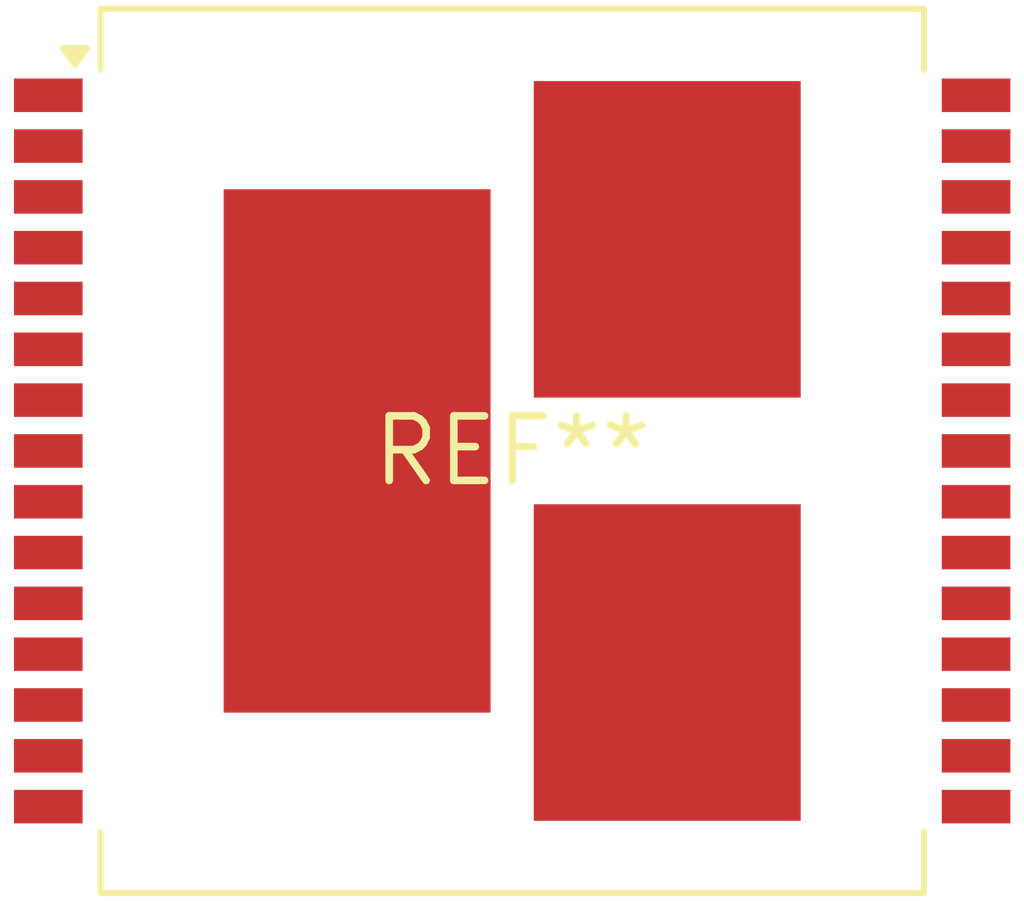
<source format=kicad_pcb>
(kicad_pcb (version 20240108) (generator pcbnew)
  (layers (0 "F.Cu" signal) (31 "B.Cu" signal) (34 "B.Paste" user) (35 "F.Paste" user) (36 "B.SilkS" user "B.Silkscreen") (37 "F.SilkS" user "F.Silkscreen") (38 "B.Mask" user) (39 "F.Mask" user) (44 "Edge.Cuts" user))
  (net 0 "")
  (footprint "ST_MultiPowerSO-30" (layer "F.Cu") (at 0 0)
    (property "Reference" "REF**")
    (property "Value" "ST_MultiPowerSO-30")
    (fp_line (start -8.1 -8.7) (end -8.1 -7.5) (layer "F.SilkS") (stroke (width 0.12)))
    (fp_line (start -8.1 8.7) (end -8.1 7.5) (layer "F.SilkS") (stroke (width 0.12)))
    (fp_line (start -8 -8.7) (end -8.1 -8.7) (layer "F.SilkS") (stroke (width 0.12)))
    (fp_line (start 8 -8.7) (end -8 -8.7) (layer "F.SilkS") (stroke (width 0.12)))
    (fp_line (start 8 -8.7) (end 8.1 -8.7) (layer "F.SilkS") (stroke (width 0.12)))
    (fp_line (start 8 8.7) (end -8.1 8.7) (layer "F.SilkS") (stroke (width 0.12)))
    (fp_line (start 8 8.7) (end 8.1 8.7) (layer "F.SilkS") (stroke (width 0.12)))
    (fp_line (start 8.1 -8.7) (end 8.1 -7.5) (layer "F.SilkS") (stroke (width 0.12)))
    (fp_line (start 8.1 8.7) (end 8.1 7.5) (layer "F.SilkS") (stroke (width 0.12)))
    (fp_poly (pts (xy -8.6 -7.6) (xy -8.84 -7.93) (xy -8.36 -7.93) (xy -8.6 -7.6)) (layer "F.SilkS") (stroke (width 0.12)) (fill solid))
    (pad "1" smd rect (at -9.125 -7 270) (size 0.66 1.35) (layers "F.Cu" "F.Paste" "F.Mask"))
    (pad "2" smd rect (at -9.125 -6 270) (size 0.66 1.35) (layers "F.Cu" "F.Paste" "F.Mask"))
    (pad "3" smd rect (at -9.125 -5 270) (size 0.66 1.35) (layers "F.Cu" "F.Paste" "F.Mask"))
    (pad "4" smd rect (at -9.125 -4 270) (size 0.66 1.35) (layers "F.Cu" "F.Paste" "F.Mask"))
    (pad "5" smd rect (at -9.125 -3 270) (size 0.66 1.35) (layers "F.Cu" "F.Paste" "F.Mask"))
    (pad "6" smd rect (at -9.125 -2 270) (size 0.66 1.35) (layers "F.Cu" "F.Paste" "F.Mask"))
    (pad "7" smd rect (at -9.125 -1 270) (size 0.66 1.35) (layers "F.Cu" "F.Paste" "F.Mask"))
    (pad "8" smd rect (at -9.125 0 270) (size 0.66 1.35) (layers "F.Cu" "F.Paste" "F.Mask"))
    (pad "9" smd rect (at -9.125 1 270) (size 0.66 1.35) (layers "F.Cu" "F.Paste" "F.Mask"))
    (pad "10" smd rect (at -9.125 2 270) (size 0.66 1.35) (layers "F.Cu" "F.Paste" "F.Mask"))
    (pad "11" smd rect (at -9.125 3 270) (size 0.66 1.35) (layers "F.Cu" "F.Paste" "F.Mask"))
    (pad "12" smd rect (at -9.125 4 270) (size 0.66 1.35) (layers "F.Cu" "F.Paste" "F.Mask"))
    (pad "13" smd rect (at -9.125 5 270) (size 0.66 1.35) (layers "F.Cu" "F.Paste" "F.Mask"))
    (pad "14" smd rect (at -9.125 6 270) (size 0.66 1.35) (layers "F.Cu" "F.Paste" "F.Mask"))
    (pad "15" smd rect (at -9.125 7 270) (size 0.66 1.35) (layers "F.Cu" "F.Paste" "F.Mask"))
    (pad "16" smd rect (at 9.125 7 270) (size 0.66 1.35) (layers "F.Cu" "F.Paste" "F.Mask"))
    (pad "17" smd rect (at 9.125 6 270) (size 0.66 1.35) (layers "F.Cu" "F.Paste" "F.Mask"))
    (pad "18" smd rect (at 9.125 5 270) (size 0.66 1.35) (layers "F.Cu" "F.Paste" "F.Mask"))
    (pad "19" smd rect (at 9.125 4 270) (size 0.66 1.35) (layers "F.Cu" "F.Paste" "F.Mask"))
    (pad "20" smd rect (at 9.125 3 270) (size 0.66 1.35) (layers "F.Cu" "F.Paste" "F.Mask"))
    (pad "21" smd rect (at 9.125 2 270) (size 0.66 1.35) (layers "F.Cu" "F.Paste" "F.Mask"))
    (pad "22" smd rect (at 9.125 1 270) (size 0.66 1.35) (layers "F.Cu" "F.Paste" "F.Mask"))
    (pad "23" smd rect (at 9.125 0 270) (size 0.66 1.35) (layers "F.Cu" "F.Paste" "F.Mask"))
    (pad "24" smd rect (at 9.125 -1 270) (size 0.66 1.35) (layers "F.Cu" "F.Paste" "F.Mask"))
    (pad "25" smd rect (at 9.125 -2 270) (size 0.66 1.35) (layers "F.Cu" "F.Paste" "F.Mask"))
    (pad "26" smd rect (at 9.125 -3 270) (size 0.66 1.35) (layers "F.Cu" "F.Paste" "F.Mask"))
    (pad "27" smd rect (at 9.125 -4 270) (size 0.66 1.35) (layers "F.Cu" "F.Paste" "F.Mask"))
    (pad "28" smd rect (at 9.125 -5 270) (size 0.66 1.35) (layers "F.Cu" "F.Paste" "F.Mask"))
    (pad "29" smd rect (at 9.125 -6 270) (size 0.66 1.35) (layers "F.Cu" "F.Paste" "F.Mask"))
    (pad "30" smd rect (at 9.125 -7 270) (size 0.66 1.35) (layers "F.Cu" "F.Paste" "F.Mask"))
    (pad "31" smd rect (at -3.05 0) (size 5.25 10.3) (layers "F.Cu" "F.Paste" "F.Mask"))
    (pad "32" smd rect (at 3.05 4.165) (size 5.25 6.23) (layers "F.Cu" "F.Paste" "F.Mask"))
    (pad "33" smd rect (at 3.05 -4.165) (size 5.25 6.23) (layers "F.Cu" "F.Paste" "F.Mask"))
  )
)
</source>
